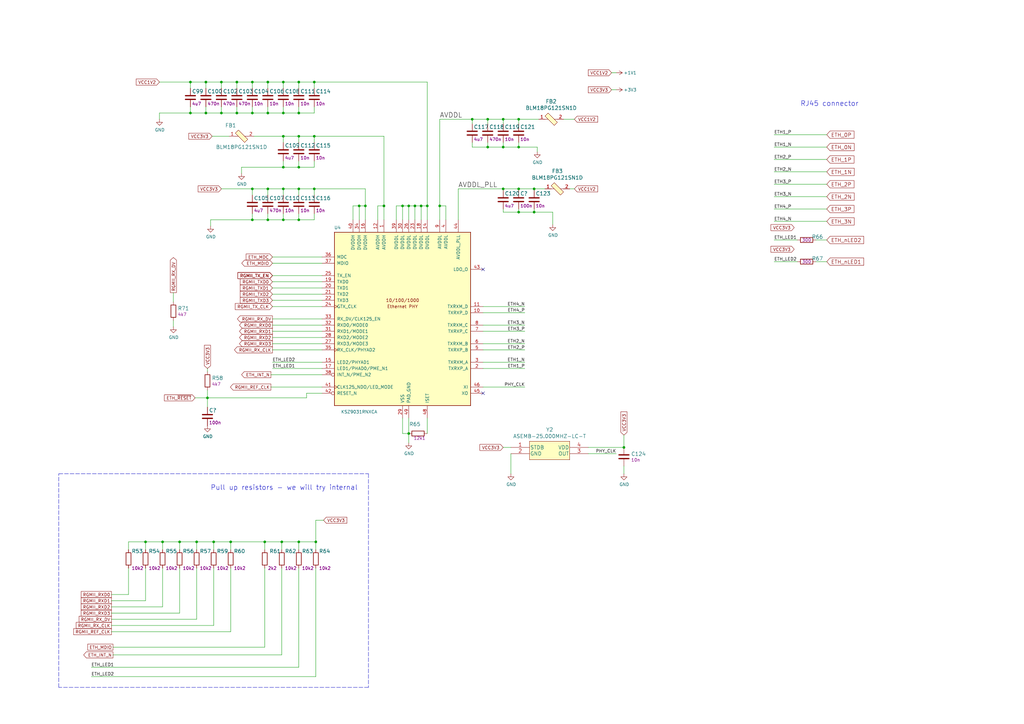
<source format=kicad_sch>
(kicad_sch (version 20231120) (generator "eeschema") (generator_version "8.0")
  (paper "A3")
  (title_block (title "Ethernet") (rev "1.0.3") (comment 1 "Reference - ecp5-dc-scm") (comment 2 "License: Apache License 2.0"))
  (junction (at 212.725 60.325))
  (junction (at 94.615 222.25))
  (junction (at 255.905 183.515))
  (junction (at 115.57 222.25))
  (junction (at 84.455 33.655))
  (junction (at 193.675 48.895))
  (junction (at 103.505 90.17))
  (junction (at 175.26 84.455))
  (junction (at 122.555 46.355))
  (junction (at 109.855 33.655))
  (junction (at 122.555 90.17))
  (junction (at 109.855 90.17))
  (junction (at 212.725 86.995))
  (junction (at 90.805 46.355))
  (junction (at 122.555 33.655))
  (junction (at 170.18 84.455))
  (junction (at 212.725 48.895))
  (junction (at 128.905 55.88))
  (junction (at 116.205 77.47))
  (junction (at 90.805 33.655))
  (junction (at 165.1 84.455))
  (junction (at 219.075 77.47))
  (junction (at 109.855 46.355))
  (junction (at 167.64 84.455))
  (junction (at 109.855 77.47))
  (junction (at 200.025 48.895))
  (junction (at 128.905 77.47))
  (junction (at 66.675 222.25))
  (junction (at 219.075 86.995))
  (junction (at 122.555 55.88))
  (junction (at 78.105 33.655))
  (junction (at 97.155 33.655))
  (junction (at 149.86 84.455))
  (junction (at 212.725 77.47))
  (junction (at 78.105 46.355))
  (junction (at 116.205 33.655))
  (junction (at 122.555 68.58))
  (junction (at 84.455 46.355))
  (junction (at 116.205 90.17))
  (junction (at 103.505 77.47))
  (junction (at 172.72 84.455))
  (junction (at 128.905 33.655))
  (junction (at 85.09 163.195))
  (junction (at 103.505 46.355))
  (junction (at 206.375 48.895))
  (junction (at 87.63 222.25))
  (junction (at 167.64 177.8))
  (junction (at 129.54 222.25))
  (junction (at 80.645 222.25))
  (junction (at 200.025 60.325))
  (junction (at 116.205 55.88))
  (junction (at 122.555 222.25))
  (junction (at 206.375 77.47))
  (junction (at 59.69 222.25))
  (junction (at 116.205 68.58))
  (junction (at 73.66 222.25))
  (junction (at 116.205 46.355))
  (junction (at 157.48 84.455))
  (junction (at 97.155 46.355))
  (junction (at 180.34 84.455))
  (junction (at 147.32 84.455))
  (junction (at 108.585 222.25))
  (junction (at 122.555 77.47))
  (junction (at 103.505 33.655))
  (junction (at 206.375 60.325))
  (no_connect (at 198.12 110.49))
  (no_connect (at 198.12 161.29))
  (wire (pts (xy 175.26 33.655) (xy 128.905 33.655)))
  (wire (pts (xy 317.5 75.565) (xy 339.09 75.565)))
  (wire (pts (xy 103.505 77.47) (xy 90.805 77.47)))
  (wire (pts (xy 157.48 55.88) (xy 157.48 84.455)))
  (wire (pts (xy 103.505 33.655) (xy 109.855 33.655)))
  (wire (pts (xy 132.08 107.95) (xy 111.76 107.95)))
  (wire (pts (xy 116.205 33.655) (xy 116.205 36.195)))
  (wire (pts (xy 132.08 115.57) (xy 111.76 115.57)))
  (wire (pts (xy 172.72 90.17) (xy 172.72 84.455)))
  (polyline (pts (xy 24.13 194.31) (xy 151.13 194.31)) (stroke (width 0) (type dash)))
  (wire (pts (xy 116.205 33.655) (xy 122.555 33.655)))
  (wire (pts (xy 149.86 84.455) (xy 147.32 84.455)))
  (wire (pts (xy 212.725 48.895) (xy 220.98 48.895)))
  (wire (pts (xy 193.675 60.325) (xy 193.675 58.42)))
  (wire (pts (xy 219.075 78.105) (xy 219.075 77.47)))
  (wire (pts (xy 219.075 86.995) (xy 226.695 86.995)))
  (wire (pts (xy 59.69 233.045) (xy 59.69 246.38)))
  (wire (pts (xy 122.555 33.655) (xy 122.555 36.195)))
  (wire (pts (xy 52.705 243.84) (xy 45.72 243.84)))
  (wire (pts (xy 71.12 131.445) (xy 71.12 133.985)))
  (wire (pts (xy 206.375 48.895) (xy 206.375 50.8)))
  (wire (pts (xy 334.645 98.425) (xy 339.09 98.425)))
  (wire (pts (xy 78.105 33.655) (xy 65.405 33.655)))
  (wire (pts (xy 103.505 46.355) (xy 97.155 46.355)))
  (wire (pts (xy 198.12 158.75) (xy 215.265 158.75)))
  (wire (pts (xy 157.48 90.17) (xy 157.48 84.455)))
  (wire (pts (xy 215.265 140.97) (xy 198.12 140.97)))
  (wire (pts (xy 94.615 222.25) (xy 108.585 222.25)))
  (wire (pts (xy 90.805 43.815) (xy 90.805 46.355)))
  (wire (pts (xy 125.73 161.29) (xy 125.73 163.195)))
  (wire (pts (xy 175.26 84.455) (xy 172.72 84.455)))
  (wire (pts (xy 215.265 151.13) (xy 198.12 151.13)))
  (wire (pts (xy 87.63 256.54) (xy 45.72 256.54)))
  (wire (pts (xy 116.205 87.63) (xy 116.205 90.17)))
  (wire (pts (xy 78.105 46.355) (xy 65.405 46.355)))
  (wire (pts (xy 122.555 55.88) (xy 122.555 58.42)))
  (wire (pts (xy 167.64 90.17) (xy 167.64 84.455)))
  (wire (pts (xy 78.105 33.655) (xy 78.105 36.195)))
  (wire (pts (xy 52.705 233.045) (xy 52.705 243.84)))
  (wire (pts (xy 206.375 85.725) (xy 206.375 86.995)))
  (wire (pts (xy 103.505 33.655) (xy 103.505 36.195)))
  (wire (pts (xy 109.855 87.63) (xy 109.855 90.17)))
  (wire (pts (xy 175.26 171.45) (xy 175.26 177.8)))
  (wire (pts (xy 206.375 183.515) (xy 209.55 183.515)))
  (wire (pts (xy 116.205 55.88) (xy 104.14 55.88)))
  (wire (pts (xy 84.455 33.655) (xy 84.455 36.195)))
  (wire (pts (xy 317.5 80.645) (xy 339.09 80.645)))
  (wire (pts (xy 109.855 46.355) (xy 103.505 46.355)))
  (wire (pts (xy 212.725 50.8) (xy 212.725 48.895)))
  (wire (pts (xy 94.615 225.425) (xy 94.615 222.25)))
  (wire (pts (xy 167.64 84.455) (xy 165.1 84.455)))
  (wire (pts (xy 103.505 77.47) (xy 103.505 80.01)))
  (wire (pts (xy 99.06 68.58) (xy 99.06 71.12)))
  (wire (pts (xy 339.09 107.315) (xy 334.645 107.315)))
  (wire (pts (xy 215.265 125.73) (xy 198.12 125.73)))
  (wire (pts (xy 80.645 222.25) (xy 87.63 222.25)))
  (wire (pts (xy 215.265 133.35) (xy 198.12 133.35)))
  (wire (pts (xy 167.64 177.8) (xy 167.64 181.61)))
  (wire (pts (xy 317.5 60.325) (xy 339.09 60.325)))
  (wire (pts (xy 108.585 225.425) (xy 108.585 222.25)))
  (wire (pts (xy 122.555 90.17) (xy 128.905 90.17)))
  (wire (pts (xy 97.155 33.655) (xy 103.505 33.655)))
  (wire (pts (xy 226.695 86.995) (xy 226.695 92.075)))
  (wire (pts (xy 182.88 90.17) (xy 182.88 84.455)))
  (wire (pts (xy 200.025 60.325) (xy 206.375 60.325)))
  (wire (pts (xy 147.32 90.17) (xy 147.32 84.455)))
  (wire (pts (xy 149.86 77.47) (xy 128.905 77.47)))
  (wire (pts (xy 215.265 128.27) (xy 198.12 128.27)))
  (wire (pts (xy 206.375 86.995) (xy 212.725 86.995)))
  (wire (pts (xy 212.725 77.47) (xy 219.075 77.47)))
  (wire (pts (xy 132.08 120.65) (xy 111.76 120.65)))
  (wire (pts (xy 122.555 90.17) (xy 116.205 90.17)))
  (wire (pts (xy 115.57 222.25) (xy 108.585 222.25)))
  (wire (pts (xy 111.76 118.11) (xy 132.08 118.11)))
  (wire (pts (xy 122.555 55.88) (xy 116.205 55.88)))
  (wire (pts (xy 128.905 77.47) (xy 122.555 77.47)))
  (wire (pts (xy 103.505 90.17) (xy 86.36 90.17)))
  (wire (pts (xy 317.5 55.245) (xy 339.09 55.245)))
  (wire (pts (xy 200.025 58.42) (xy 200.025 60.325)))
  (wire (pts (xy 122.555 46.355) (xy 116.205 46.355)))
  (wire (pts (xy 132.08 143.51) (xy 111.76 143.51)))
  (wire (pts (xy 66.675 225.425) (xy 66.675 222.25)))
  (wire (pts (xy 97.155 46.355) (xy 90.805 46.355)))
  (wire (pts (xy 85.09 163.195) (xy 85.09 167.005)))
  (wire (pts (xy 65.405 46.355) (xy 65.405 48.895)))
  (wire (pts (xy 87.63 222.25) (xy 87.63 225.425)))
  (wire (pts (xy 212.725 78.105) (xy 212.725 77.47)))
  (wire (pts (xy 78.105 43.815) (xy 78.105 46.355)))
  (wire (pts (xy 116.205 68.58) (xy 122.555 68.58)))
  (wire (pts (xy 250.825 36.83) (xy 252.73 36.83)))
  (wire (pts (xy 97.155 43.815) (xy 97.155 46.355)))
  (wire (pts (xy 115.57 233.045) (xy 115.57 268.605)))
  (wire (pts (xy 111.76 105.41) (xy 132.08 105.41)))
  (wire (pts (xy 212.725 60.325) (xy 212.725 58.42)))
  (wire (pts (xy 122.555 222.25) (xy 122.555 225.425)))
  (wire (pts (xy 122.555 87.63) (xy 122.555 90.17)))
  (wire (pts (xy 233.68 77.47) (xy 235.585 77.47)))
  (wire (pts (xy 80.645 222.25) (xy 80.645 225.425)))
  (wire (pts (xy 116.205 43.815) (xy 116.205 46.355)))
  (wire (pts (xy 59.69 222.25) (xy 52.705 222.25)))
  (wire (pts (xy 167.64 171.45) (xy 167.64 177.8)))
  (polyline (pts (xy 151.13 281.94) (xy 24.13 281.94)) (stroke (width 0) (type dash)))
  (wire (pts (xy 46.355 265.43) (xy 108.585 265.43)))
  (wire (pts (xy 215.265 135.89) (xy 198.12 135.89)))
  (wire (pts (xy 212.725 60.325) (xy 220.345 60.325)))
  (wire (pts (xy 111.76 135.89) (xy 132.08 135.89)))
  (wire (pts (xy 149.86 77.47) (xy 149.86 84.455)))
  (wire (pts (xy 193.675 50.8) (xy 193.675 48.895)))
  (wire (pts (xy 85.09 163.195) (xy 125.73 163.195)))
  (wire (pts (xy 52.705 222.25) (xy 52.705 225.425)))
  (wire (pts (xy 37.465 277.495) (xy 129.54 277.495)))
  (wire (pts (xy 212.725 85.725) (xy 212.725 86.995)))
  (wire (pts (xy 103.505 43.815) (xy 103.505 46.355)))
  (wire (pts (xy 200.025 50.8) (xy 200.025 48.895)))
  (wire (pts (xy 215.265 143.51) (xy 198.12 143.51)))
  (wire (pts (xy 66.675 233.045) (xy 66.675 248.92)))
  (wire (pts (xy 206.375 60.325) (xy 212.725 60.325)))
  (wire (pts (xy 128.905 77.47) (xy 128.905 80.01)))
  (wire (pts (xy 45.72 246.38) (xy 59.69 246.38)))
  (wire (pts (xy 132.08 148.59) (xy 111.76 148.59)))
  (wire (pts (xy 165.1 84.455) (xy 162.56 84.455)))
  (wire (pts (xy 206.375 58.42) (xy 206.375 60.325)))
  (wire (pts (xy 255.905 183.515) (xy 255.905 178.435)))
  (wire (pts (xy 132.08 125.73) (xy 111.76 125.73)))
  (wire (pts (xy 128.905 87.63) (xy 128.905 90.17)))
  (wire (pts (xy 71.12 120.015) (xy 71.12 123.825)))
  (wire (pts (xy 84.455 43.815) (xy 84.455 46.355)))
  (wire (pts (xy 255.905 191.135) (xy 255.905 194.31)))
  (wire (pts (xy 116.205 90.17) (xy 109.855 90.17)))
  (wire (pts (xy 149.86 90.17) (xy 149.86 84.455)))
  (wire (pts (xy 73.66 222.25) (xy 66.675 222.25)))
  (wire (pts (xy 93.98 55.88) (xy 86.995 55.88)))
  (wire (pts (xy 162.56 84.455) (xy 162.56 90.17)))
  (wire (pts (xy 85.09 160.02) (xy 85.09 163.195)))
  (wire (pts (xy 170.18 90.17) (xy 170.18 84.455)))
  (wire (pts (xy 109.855 90.17) (xy 103.505 90.17)))
  (wire (pts (xy 180.34 90.17) (xy 180.34 84.455)))
  (wire (pts (xy 37.465 273.685) (xy 122.555 273.685)))
  (wire (pts (xy 132.08 153.67) (xy 111.125 153.67)))
  (wire (pts (xy 85.09 151.13) (xy 85.09 152.4)))
  (wire (pts (xy 122.555 233.045) (xy 122.555 273.685)))
  (wire (pts (xy 115.57 268.605) (xy 46.355 268.605)))
  (wire (pts (xy 109.855 33.655) (xy 116.205 33.655)))
  (polyline (pts (xy 24.13 281.94) (xy 24.13 194.31)) (stroke (width 0) (type dash)))
  (wire (pts (xy 132.08 133.35) (xy 111.76 133.35)))
  (wire (pts (xy 215.265 148.59) (xy 198.12 148.59)))
  (wire (pts (xy 116.205 77.47) (xy 116.205 80.01)))
  (wire (pts (xy 116.205 66.04) (xy 116.205 68.58)))
  (wire (pts (xy 109.855 77.47) (xy 109.855 80.01)))
  (wire (pts (xy 84.455 46.355) (xy 78.105 46.355)))
  (wire (pts (xy 108.585 233.045) (xy 108.585 265.43)))
  (wire (pts (xy 157.48 55.88) (xy 128.905 55.88)))
  (wire (pts (xy 86.36 90.17) (xy 86.36 92.71)))
  (wire (pts (xy 220.345 60.325) (xy 220.345 62.23)))
  (wire (pts (xy 182.88 84.455) (xy 180.34 84.455)))
  (wire (pts (xy 241.3 183.515) (xy 255.905 183.515)))
  (wire (pts (xy 327.025 107.315) (xy 317.5 107.315)))
  (wire (pts (xy 90.805 33.655) (xy 90.805 36.195)))
  (wire (pts (xy 165.1 90.17) (xy 165.1 84.455)))
  (wire (pts (xy 109.855 43.815) (xy 109.855 46.355)))
  (wire (pts (xy 59.69 222.25) (xy 59.69 225.425)))
  (wire (pts (xy 206.375 48.895) (xy 212.725 48.895)))
  (wire (pts (xy 111.76 151.13) (xy 132.08 151.13)))
  (wire (pts (xy 122.555 222.25) (xy 129.54 222.25)))
  (wire (pts (xy 115.57 225.425) (xy 115.57 222.25)))
  (wire (pts (xy 111.76 123.19) (xy 132.08 123.19)))
  (wire (pts (xy 116.205 77.47) (xy 109.855 77.47)))
  (wire (pts (xy 116.205 46.355) (xy 109.855 46.355)))
  (wire (pts (xy 129.54 233.045) (xy 129.54 277.495)))
  (wire (pts (xy 128.905 33.655) (xy 128.905 36.195)))
  (wire (pts (xy 80.645 233.045) (xy 80.645 254)))
  (wire (pts (xy 187.96 77.47) (xy 206.375 77.47)))
  (wire (pts (xy 165.1 177.8) (xy 167.64 177.8)))
  (wire (pts (xy 128.905 33.655) (xy 122.555 33.655)))
  (wire (pts (xy 111.76 140.97) (xy 132.08 140.97)))
  (wire (pts (xy 193.675 60.325) (xy 200.025 60.325)))
  (wire (pts (xy 170.18 84.455) (xy 167.64 84.455)))
  (wire (pts (xy 87.63 233.045) (xy 87.63 256.54)))
  (wire (pts (xy 111.76 130.81) (xy 132.08 130.81)))
  (wire (pts (xy 132.08 138.43) (xy 111.76 138.43)))
  (wire (pts (xy 97.155 33.655) (xy 97.155 36.195)))
  (wire (pts (xy 73.66 225.425) (xy 73.66 222.25)))
  (wire (pts (xy 317.5 65.405) (xy 339.09 65.405)))
  (wire (pts (xy 109.855 77.47) (xy 103.505 77.47)))
  (wire (pts (xy 317.5 90.805) (xy 339.09 90.805)))
  (wire (pts (xy 90.805 46.355) (xy 84.455 46.355)))
  (wire (pts (xy 128.905 46.355) (xy 122.555 46.355)))
  (wire (pts (xy 94.615 259.08) (xy 45.72 259.08)))
  (wire (pts (xy 147.32 84.455) (xy 144.78 84.455)))
  (wire (pts (xy 317.5 85.725) (xy 339.09 85.725)))
  (wire (pts (xy 45.72 248.92) (xy 66.675 248.92)))
  (wire (pts (xy 175.26 33.655) (xy 175.26 84.455)))
  (wire (pts (xy 128.905 43.815) (xy 128.905 46.355)))
  (wire (pts (xy 212.725 86.995) (xy 219.075 86.995)))
  (wire (pts (xy 103.505 87.63) (xy 103.505 90.17)))
  (wire (pts (xy 250.825 29.845) (xy 252.73 29.845)))
  (wire (pts (xy 241.3 186.055) (xy 252.73 186.055)))
  (wire (pts (xy 172.72 84.455) (xy 170.18 84.455)))
  (wire (pts (xy 122.555 66.04) (xy 122.555 68.58)))
  (wire (pts (xy 144.78 84.455) (xy 144.78 90.17)))
  (wire (pts (xy 154.94 90.17) (xy 154.94 84.455)))
  (wire (pts (xy 231.14 48.895) (xy 235.585 48.895)))
  (wire (pts (xy 128.905 55.88) (xy 122.555 55.88)))
  (polyline (pts (xy 151.13 194.31) (xy 151.13 281.94)) (stroke (width 0) (type dash)))
  (wire (pts (xy 115.57 222.25) (xy 122.555 222.25)))
  (wire (pts (xy 154.94 84.455) (xy 157.48 84.455)))
  (wire (pts (xy 73.66 233.045) (xy 73.66 251.46)))
  (wire (pts (xy 187.96 90.17) (xy 187.96 77.47)))
  (wire (pts (xy 94.615 222.25) (xy 87.63 222.25)))
  (wire (pts (xy 90.805 33.655) (xy 84.455 33.655)))
  (wire (pts (xy 73.66 222.25) (xy 80.645 222.25)))
  (wire (pts (xy 129.54 222.25) (xy 129.54 225.425)))
  (wire (pts (xy 80.645 254) (xy 45.72 254)))
  (wire (pts (xy 122.555 77.47) (xy 122.555 80.01)))
  (wire (pts (xy 97.155 33.655) (xy 90.805 33.655)))
  (wire (pts (xy 200.025 48.895) (xy 206.375 48.895)))
  (wire (pts (xy 165.1 171.45) (xy 165.1 177.8)))
  (wire (pts (xy 122.555 68.58) (xy 128.905 68.58)))
  (wire (pts (xy 219.075 77.47) (xy 223.52 77.47)))
  (wire (pts (xy 111.76 113.03) (xy 132.08 113.03)))
  (wire (pts (xy 209.55 186.055) (xy 209.55 194.31)))
  (wire (pts (xy 116.205 68.58) (xy 99.06 68.58)))
  (wire (pts (xy 132.08 161.29) (xy 125.73 161.29)))
  (wire (pts (xy 317.5 70.485) (xy 339.09 70.485)))
  (wire (pts (xy 45.72 251.46) (xy 73.66 251.46)))
  (wire (pts (xy 116.205 55.88) (xy 116.205 58.42)))
  (wire (pts (xy 206.375 77.47) (xy 212.725 77.47)))
  (wire (pts (xy 94.615 233.045) (xy 94.615 259.08)))
  (wire (pts (xy 193.675 48.895) (xy 200.025 48.895)))
  (wire (pts (xy 80.01 163.195) (xy 85.09 163.195)))
  (wire (pts (xy 219.075 85.725) (xy 219.075 86.995)))
  (wire (pts (xy 128.905 66.04) (xy 128.905 68.58)))
  (wire (pts (xy 317.5 98.425) (xy 327.025 98.425)))
  (wire (pts (xy 109.855 33.655) (xy 109.855 36.195)))
  (wire (pts (xy 180.34 84.455) (xy 180.34 48.895)))
  (wire (pts (xy 122.555 77.47) (xy 116.205 77.47)))
  (wire (pts (xy 122.555 43.815) (xy 122.555 46.355)))
  (wire (pts (xy 129.54 213.36) (xy 132.715 213.36)))
  (wire (pts (xy 128.905 55.88) (xy 128.905 58.42)))
  (wire (pts (xy 175.26 90.17) (xy 175.26 84.455)))
  (wire (pts (xy 66.675 222.25) (xy 59.69 222.25)))
  (wire (pts (xy 84.455 33.655) (xy 78.105 33.655)))
  (wire (pts (xy 129.54 222.25) (xy 129.54 213.36)))
  (wire (pts (xy 206.375 78.105) (xy 206.375 77.47)))
  (wire (pts (xy 180.34 48.895) (xy 193.675 48.895)))
  (wire (pts (xy 132.08 158.75) (xy 111.125 158.75)))
  (text "Pull up resistors - we will try internal" (at 86.36 201.295 0) (effects (font (size 2.0066 2.0066)) (justify left bottom)))
  (text "RJ45 connector" (at 328.295 43.815 0) (effects (font (size 2.0066 2.0066)) (justify left bottom)))
  (label "ETH1_N" (at 317.5 60.325 0))
  (label "ETH_LED2" (at 37.465 277.495 0))
  (label "ETH2_P" (at 317.5 65.405 0))
  (label "ETH4_P" (at 317.5 85.725 0))
  (label "ETH3_P" (at 215.265 135.89 180))
  (label "ETH1_N" (at 215.265 148.59 180))
  (label "ETH2_N" (at 317.5 70.485 0))
  (label "PHY_CLK" (at 215.265 158.75 180))
  (label "ETH_LED2" (at 317.5 107.315 0))
  (label "ETH_LED2" (at 111.76 148.59 0))
  (label "ETH1_P" (at 215.265 151.13 180))
  (label "ETH3_P" (at 317.5 75.565 0))
  (label "ETH3_N" (at 317.5 80.645 0))
  (label "ETH2_P" (at 215.265 143.51 180))
  (label "AVDDL" (at 180.34 48.895 0) (effects (font (size 2.0066 2.0066))))
  (label "ETH1_P" (at 317.5 55.245 0))
  (label "ETH_LED1" (at 317.5 98.425 0))
  (label "PHY_CLK" (at 252.73 186.055 180))
  (label "ETH2_N" (at 215.265 140.97 180))
  (label "ETH_LED1" (at 37.465 273.685 0))
  (label "ETH4_N" (at 215.265 125.73 180))
  (label "AVDDL_PLL" (at 187.96 77.47 0) (effects (font (size 2.0066 2.0066))))
  (label "ETH3_N" (at 215.265 133.35 180))
  (label "ETH_LED1" (at 111.76 151.13 0))
  (label "ETH4_P" (at 215.265 128.27 180))
  (label "ETH4_N" (at 317.5 90.805 0))
  (global_label "ETH_~{RESET}" (shape input) (at 80.01 163.195 180) (property "Intersheetrefs" "${INTERSHEET_REFS}" (effects (hide yes))))
  (global_label "ETH_nLED2" (shape input) (at 339.09 98.425 0) (effects (font (size 1.524 1.524))) (property "Intersheetrefs" "${INTERSHEET_REFS}" (effects (hide yes))))
  (global_label "VCC1V2" (shape input) (at 235.585 77.47 0) (property "Intersheetrefs" "${INTERSHEET_REFS}" (effects (hide yes))))
  (global_label "RGMII_RX_CLK" (shape output) (at 111.76 143.51 180) (property "Intersheetrefs" "${INTERSHEET_REFS}" (effects (hide yes))))
  (global_label "RGMII_RX_DV" (shape passive) (at 45.72 254 180) (property "Intersheetrefs" "${INTERSHEET_REFS}" (effects (hide yes))))
  (global_label "ETH_1P" (shape input) (at 339.09 65.405 0) (effects (font (size 1.524 1.524))) (property "Intersheetrefs" "${INTERSHEET_REFS}" (effects (hide yes))))
  (global_label "RGMII_REF_CLK" (shape output) (at 111.125 158.75 180) (property "Intersheetrefs" "${INTERSHEET_REFS}" (effects (hide yes))))
  (global_label "RGMII_RX_DV" (shape output) (at 111.76 130.81 180) (property "Intersheetrefs" "${INTERSHEET_REFS}" (effects (hide yes))))
  (global_label "RGMII_TXD1" (shape input) (at 111.76 118.11 180) (property "Intersheetrefs" "${INTERSHEET_REFS}" (effects (hide yes))))
  (global_label "VCC3V3" (shape input) (at 255.905 178.435 90) (property "Intersheetrefs" "${INTERSHEET_REFS}" (effects (hide yes))))
  (global_label "RGMII_TXD3" (shape input) (at 111.76 123.19 180) (property "Intersheetrefs" "${INTERSHEET_REFS}" (effects (hide yes))))
  (global_label "RGMII_REF_CLK" (shape passive) (at 45.72 259.08 180) (property "Intersheetrefs" "${INTERSHEET_REFS}" (effects (hide yes))))
  (global_label "ETH_0P" (shape input) (at 339.09 55.245 0) (effects (font (size 1.524 1.524))) (property "Intersheetrefs" "${INTERSHEET_REFS}" (effects (hide yes))))
  (global_label "VCC3V3" (shape input) (at 325.755 93.345 180) (property "Intersheetrefs" "${INTERSHEET_REFS}" (effects (hide yes))))
  (global_label "ETH_nLED1" (shape input) (at 339.09 107.315 0) (effects (font (size 1.524 1.524))) (property "Intersheetrefs" "${INTERSHEET_REFS}" (effects (hide yes))))
  (global_label "RGMII_RX_CLK" (shape passive) (at 45.72 256.54 180) (property "Intersheetrefs" "${INTERSHEET_REFS}" (effects (hide yes))))
  (global_label "VCC1V2" (shape input) (at 65.405 33.655 180) (property "Intersheetrefs" "${INTERSHEET_REFS}" (effects (hide yes))))
  (global_label "ETH_3N" (shape input) (at 339.09 90.805 0) (effects (font (size 1.524 1.524))) (property "Intersheetrefs" "${INTERSHEET_REFS}" (effects (hide yes))))
  (global_label "VCC1V2" (shape input) (at 235.585 48.895 0) (property "Intersheetrefs" "${INTERSHEET_REFS}" (effects (hide yes))))
  (global_label "RGMII_RXD2" (shape passive) (at 45.72 248.92 180) (property "Intersheetrefs" "${INTERSHEET_REFS}" (effects (hide yes))))
  (global_label "ETH_MDIO" (shape bidirectional) (at 111.76 107.95 180) (property "Intersheetrefs" "${INTERSHEET_REFS}" (effects (hide yes))))
  (global_label "ETH_INT_N" (shape output) (at 111.125 153.67 180) (property "Intersheetrefs" "${INTERSHEET_REFS}" (effects (hide yes))))
  (global_label "RGMII_TX_CLK" (shape input) (at 111.76 125.73 180) (property "Intersheetrefs" "${INTERSHEET_REFS}" (effects (hide yes))))
  (global_label "VCC1V2" (shape input) (at 250.825 29.845 180) (property "Intersheetrefs" "${INTERSHEET_REFS}" (effects (hide yes))))
  (global_label "VCC3V3" (shape input) (at 325.755 102.235 180) (property "Intersheetrefs" "${INTERSHEET_REFS}" (effects (hide yes))))
  (global_label "RGMII_TXD0" (shape input) (at 111.76 115.57 180) (property "Intersheetrefs" "${INTERSHEET_REFS}" (effects (hide yes))))
  (global_label "RGMII_RXD0" (shape output) (at 111.76 133.35 180) (property "Intersheetrefs" "${INTERSHEET_REFS}" (effects (hide yes))))
  (global_label "RGMII_TXD2" (shape input) (at 111.76 120.65 180) (property "Intersheetrefs" "${INTERSHEET_REFS}" (effects (hide yes))))
  (global_label "ETH_INT_N" (shape output) (at 46.355 268.605 180) (property "Intersheetrefs" "${INTERSHEET_REFS}" (effects (hide yes))))
  (global_label "RGMII_RXD2" (shape output) (at 111.76 138.43 180) (property "Intersheetrefs" "${INTERSHEET_REFS}" (effects (hide yes))))
  (global_label "VCC3V3" (shape input) (at 132.715 213.36 0) (property "Intersheetrefs" "${INTERSHEET_REFS}" (effects (hide yes))))
  (global_label "RGMII_RXD3" (shape passive) (at 45.72 251.46 180) (property "Intersheetrefs" "${INTERSHEET_REFS}" (effects (hide yes))))
  (global_label "RGMII_RXD1" (shape passive) (at 45.72 246.38 180) (property "Intersheetrefs" "${INTERSHEET_REFS}" (effects (hide yes))))
  (global_label "ETH_MDC" (shape input) (at 111.76 105.41 180) (property "Intersheetrefs" "${INTERSHEET_REFS}" (effects (hide yes))))
  (global_label "ETH_3P" (shape input) (at 339.09 85.725 0) (effects (font (size 1.524 1.524))) (property "Intersheetrefs" "${INTERSHEET_REFS}" (effects (hide yes))))
  (global_label "RGMII_TX_EN" (shape input) (at 111.76 113.03 180) (property "Intersheetrefs" "${INTERSHEET_REFS}" (effects (hide yes))))
  (global_label "ETH_2P" (shape input) (at 339.09 75.565 0) (effects (font (size 1.524 1.524))) (property "Intersheetrefs" "${INTERSHEET_REFS}" (effects (hide yes))))
  (global_label "ETH_MDIO" (shape passive) (at 46.355 265.43 180) (property "Intersheetrefs" "${INTERSHEET_REFS}" (effects (hide yes))))
  (global_label "RGMII_RXD0" (shape passive) (at 45.72 243.84 180) (property "Intersheetrefs" "${INTERSHEET_REFS}" (effects (hide yes))))
  (global_label "VCC3V3" (shape input) (at 86.995 55.88 180) (property "Intersheetrefs" "${INTERSHEET_REFS}" (effects (hide yes))))
  (global_label "ETH_0N" (shape input) (at 339.09 60.325 0) (effects (font (size 1.524 1.524))) (property "Intersheetrefs" "${INTERSHEET_REFS}" (effects (hide yes))))
  (global_label "RGMII_RXD1" (shape output) (at 111.76 135.89 180) (property "Intersheetrefs" "${INTERSHEET_REFS}" (effects (hide yes))))
  (global_label "VCC3V3" (shape input) (at 85.09 151.13 90) (property "Intersheetrefs" "${INTERSHEET_REFS}" (effects (hide yes))))
  (global_label "RGMII_RXD3" (shape output) (at 111.76 140.97 180) (property "Intersheetrefs" "${INTERSHEET_REFS}" (effects (hide yes))))
  (global_label "VCC3V3" (shape input) (at 90.805 77.47 180) (property "Intersheetrefs" "${INTERSHEET_REFS}" (effects (hide yes))))
  (global_label "VCC3V3" (shape input) (at 206.375 183.515 180) (property "Intersheetrefs" "${INTERSHEET_REFS}" (effects (hide yes))))
  (global_label "RGMII_RX_DV" (shape output) (at 71.12 120.015 90) (property "Intersheetrefs" "${INTERSHEET_REFS}" (effects (hide yes))))
  (global_label "ETH_2N" (shape input) (at 339.09 80.645 0) (effects (font (size 1.524 1.524))) (property "Intersheetrefs" "${INTERSHEET_REFS}" (effects (hide yes))))
  (global_label "RGMII_TX_EN" (shape input) (at 111.76 113.03 180) (property "Intersheetrefs" "${INTERSHEET_REFS}" (effects (hide yes))))
  (global_label "VCC3V3" (shape input) (at 250.825 36.83 180) (property "Intersheetrefs" "${INTERSHEET_REFS}" (effects (hide yes))))
  (global_label "ETH_1N" (shape input) (at 339.09 70.485 0) (effects (font (size 1.524 1.524))) (property "Intersheetrefs" "${INTERSHEET_REFS}" (effects (hide yes))))
  (symbol (lib_id "ecp5-dc-scm:R_2k2_0402") (at 108.585 229.235 270) (unit 1)
    (property "Reference" "R61" (at 110.49 226.06 90) (effects (font (size 1.524 1.524)) (justify left)))
    (property "Value" "2k2" (effects (hide yes)))
    (property "Manufacturer" "YAGEO" (effects (hide yes)))
    (property "MPN" "RC0402FR-072K2L" (effects (hide yes)))
    (property "Val" "2k2" (at 109.855 233.045 90) (effects (justify left)))
  )
  (symbol (lib_id "ecp5-dc-scm:R_1k_0402") (at 330.835 98.425 0) (mirror y) (unit 1)
    (property "Reference" "R66" (at 335.28 97.155 0) (effects (font (size 1.524 1.524))))
    (property "Value" "300" (effects (hide yes)))
    (property "Footprint" "Resistor_SMD:R_0402_1005Metric" (effects (hide yes)))
    (property "Manufacturer" "BOURNS" (effects (hide yes)))
    (property "MPN" "CR0402-FX-1001GLF" (effects (hide yes)))
    (property "Val" "300" (at 330.835 98.425 0))
  )
  (symbol (lib_id "ecp5-dc-scm:R_1k_0402") (at 330.835 107.315 0) (mirror y) (unit 1)
    (property "Reference" "R67" (at 335.28 106.045 0) (effects (font (size 1.524 1.524))))
    (property "Value" "300" (effects (hide yes)))
    (property "Footprint" "Resistor_SMD:R_0402_1005Metric" (effects (hide yes)))
    (property "Manufacturer" "BOURNS" (effects (hide yes)))
    (property "MPN" "CR0402-FX-1001GLF" (effects (hide yes)))
    (property "Val" "300" (at 330.835 107.315 0))
  )
  (symbol (lib_id "ecp5-dc-scm:C_4u7_0402") (at 193.675 54.61 0) (unit 1)
    (property "Reference" "C18" (at 194.31 52.07 0) (effects (font (size 1.524 1.524)) (justify left)))
    (property "Value" "4u7" (effects (hide yes)))
    (property "Footprint" "Capacitor_SMD:C_0402_1005Metric" (effects (hide yes)))
    (property "Manufacturer" "MURATA" (effects (hide yes)))
    (property "MPN" "GRM155R61A475MEAAD" (effects (hide yes)))
    (property "Val" "4u7" (at 194.31 57.15 0) (effects (justify left)))
    (instances (project "" (path "" (reference "C117") (unit 1))))
  )
  (symbol (lib_id "ecp5-dc-scm:C_470n_0402") (at 200.025 54.61 0) (unit 1)
    (property "Reference" "C19" (at 200.66 52.07 0) (effects (font (size 1.524 1.524)) (justify left)))
    (property "Value" "470n" (effects (hide yes)))
    (property "Footprint" "Capacitor_SMD:C_0402_1005Metric" (effects (hide yes)))
    (property "Manufacturer" "TDK" (effects (hide yes)))
    (property "MPN" "C1005X5R1E474M050BB" (effects (hide yes)))
    (property "Val" "470n" (at 200.66 57.15 0) (effects (justify left)))
    (instances (project "" (path "" (reference "C118") (unit 1))))
  )
  (symbol (lib_id "ecp5-dc-scm:C_10n_0402") (at 206.375 54.61 0) (unit 1)
    (property "Reference" "C21" (at 207.01 52.07 0) (effects (font (size 1.524 1.524)) (justify left)))
    (property "Value" "10n" (effects (hide yes)))
    (property "Footprint" "Capacitor_SMD:C_0402_1005Metric" (effects (hide yes)))
    (property "Manufacturer" "AVX" (effects (hide yes)))
    (property "MPN" "04025G103ZAT2A" (effects (hide yes)))
    (property "Val" "10n" (at 207.01 57.15 0) (effects (justify left)))
    (instances (project "" (path "" (reference "C119") (unit 1))))
  )
  (symbol (lib_id "ecp5-dc-scm:C_100n_0402") (at 212.725 81.915 0) (unit 1)
    (property "Reference" "C24" (at 213.36 79.375 0) (effects (font (size 1.524 1.524)) (justify left)))
    (property "Value" "100n" (effects (hide yes)))
    (property "Footprint" "Capacitor_SMD:C_0402_1005Metric" (effects (hide yes)))
    (property "Manufacturer" "Walsin" (effects (hide yes)))
    (property "MPN" "0402X104K6R3CT" (effects (hide yes)))
    (property "Val" "100n" (at 213.36 84.455 0) (effects (justify left)))
    (instances (project "" (path "" (reference "C?") (unit 1)) (path "" (reference "C122") (unit 1))))
  )
  (symbol (lib_id "ecp5-dc-scm:ASEMB-25.000MHZ-LC-T") (at 209.55 183.515 0) (unit 1)
    (property "Reference" "Y2" (at 225.425 176.2252 0) (effects (font (size 1.524 1.524))))
    (property "Value" "ASEMB-25.000MHZ-LC-T" (at 225.425 178.9176 0) (effects (font (size 1.524 1.524))))
    (property "Footprint" "ecp5-dc-scm:OSC_ASEM1-16.000MHZ-LC-T" (effects (hide yes)))
    (property "Datasheet" "http://www.farnell.com/datasheets/2581438.pdf" (effects (hide yes)))
  )
  (symbol (lib_id "ecp5-dc-scm:C_10n_0402") (at 255.905 187.325 0) (unit 1)
    (property "Reference" "C124" (at 258.826 186.182 0) (effects (font (size 1.524 1.524)) (justify left)))
    (property "Value" "10n" (effects (hide yes)))
    (property "Footprint" "Capacitor_SMD:C_0402_1005Metric" (effects (hide yes)))
    (property "Manufacturer" "AVX" (effects (hide yes)))
    (property "MPN" "04025G103ZAT2A" (effects (hide yes)))
    (property "Val" "10n" (at 258.826 188.6712 0) (effects (justify left)))
  )
  (symbol (lib_id "ecp5-dc-scm:C_10n_0402") (at 212.725 54.61 0) (unit 1)
    (property "Reference" "C23" (at 213.36 52.07 0) (effects (font (size 1.524 1.524)) (justify left)))
    (property "Value" "10n" (effects (hide yes)))
    (property "Footprint" "Capacitor_SMD:C_0402_1005Metric" (effects (hide yes)))
    (property "Manufacturer" "AVX" (effects (hide yes)))
    (property "MPN" "04025G103ZAT2A" (effects (hide yes)))
    (property "Val" "10n" (at 213.36 57.15 0) (effects (justify left)))
    (instances (project "" (path "" (reference "C121") (unit 1))))
  )
  (symbol (lib_id "ecp5-dc-scm:C_4u7_0402") (at 206.375 81.915 0) (unit 1)
    (property "Reference" "C22" (at 207.01 79.375 0) (effects (font (size 1.524 1.524)) (justify left)))
    (property "Value" "4u7" (effects (hide yes)))
    (property "Footprint" "Capacitor_SMD:C_0402_1005Metric" (effects (hide yes)))
    (property "Manufacturer" "MURATA" (effects (hide yes)))
    (property "MPN" "GRM155R61A475MEAAD" (effects (hide yes)))
    (property "Val" "4u7" (at 207.01 84.455 0) (effects (justify left)))
    (instances (project "" (path "" (reference "C120") (unit 1))))
  )
  (symbol (lib_id "ecp5-dc-scm:C_10n_0402") (at 219.075 81.915 0) (unit 1)
    (property "Reference" "C25" (at 219.71 79.375 0) (effects (font (size 1.524 1.524)) (justify left)))
    (property "Value" "10n" (effects (hide yes)))
    (property "Footprint" "Capacitor_SMD:C_0402_1005Metric" (effects (hide yes)))
    (property "Manufacturer" "AVX" (effects (hide yes)))
    (property "MPN" "04025G103ZAT2A" (effects (hide yes)))
    (property "Val" "10n" (at 219.71 84.455 0) (effects (justify left)))
    (instances (project "" (path "" (reference "C123") (unit 1))))
  )
  (symbol (lib_id "ecp5-dc-scm:GND") (at 255.905 194.31 0) (unit 1)
    (property "Reference" "#PWR030" (effects (hide yes)))
    (property "Value" "GND" (at 256.032 198.7042 0))
  )
  (symbol (lib_id "ecp5-dc-scm:GND") (at 209.55 194.31 0) (unit 1)
    (property "Reference" "#PWR026" (effects (hide yes)))
    (property "Value" "GND" (at 209.677 198.7042 0))
  )
  (symbol (lib_id "ecp5-dc-scm:GND") (at 226.695 92.075 0) (unit 1)
    (property "Reference" "#PWR028" (effects (hide yes)))
    (property "Value" "GND" (at 226.822 96.4692 0))
  )
  (symbol (lib_id "ecp5-dc-scm:GND") (at 220.345 62.23 0) (unit 1)
    (property "Reference" "#PWR027" (effects (hide yes)))
    (property "Value" "GND" (at 220.472 66.6242 0))
  )
  (symbol (lib_id "ecp5-dc-scm:GND") (at 167.64 181.61 0) (unit 1)
    (property "Reference" "#PWR024" (effects (hide yes)))
    (property "Value" "GND" (at 167.767 186.0042 0))
  )
  (symbol (lib_id "ecp5-dc-scm:R_10k2_0402") (at 52.705 229.235 90) (unit 1)
    (property "Reference" "R53" (at 53.975 226.06 90) (effects (font (size 1.524 1.524)) (justify right)))
    (property "Value" "10k2" (effects (hide yes)))
    (property "Manufacturer" "MULTICOMP PRO" (effects (hide yes)))
    (property "MPN" "MCWR04X1022FTL" (effects (hide yes)))
    (property "Val" "10k2" (at 53.975 233.045 90) (effects (justify right)))
  )
  (symbol (lib_id "ecp5-dc-scm:R_10k2_0402") (at 59.69 229.235 90) (unit 1)
    (property "Reference" "R54" (at 60.96 226.06 90) (effects (font (size 1.524 1.524)) (justify right)))
    (property "Value" "10k2" (effects (hide yes)))
    (property "Manufacturer" "MULTICOMP PRO" (effects (hide yes)))
    (property "MPN" "MCWR04X1022FTL" (effects (hide yes)))
    (property "Val" "10k2" (at 60.96 233.045 90) (effects (justify right)))
  )
  (symbol (lib_id "ecp5-dc-scm:R_10k2_0402") (at 66.675 229.235 90) (unit 1)
    (property "Reference" "R55" (at 67.945 226.06 90) (effects (font (size 1.524 1.524)) (justify right)))
    (property "Value" "10k2" (effects (hide yes)))
    (property "Manufacturer" "MULTICOMP PRO" (effects (hide yes)))
    (property "MPN" "MCWR04X1022FTL" (effects (hide yes)))
    (property "Val" "10k2" (at 67.945 233.045 90) (effects (justify right)))
  )
  (symbol (lib_id "ecp5-dc-scm:R_10k2_0402") (at 73.66 229.235 90) (unit 1)
    (property "Reference" "R56" (at 74.93 226.06 90) (effects (font (size 1.524 1.524)) (justify right)))
    (property "Value" "10k2" (effects (hide yes)))
    (property "Manufacturer" "MULTICOMP PRO" (effects (hide yes)))
    (property "MPN" "MCWR04X1022FTL" (effects (hide yes)))
    (property "Val" "10k2" (at 74.93 233.045 90) (effects (justify right)))
  )
  (symbol (lib_id "ecp5-dc-scm:R_10k2_0402") (at 80.645 229.235 90) (unit 1)
    (property "Reference" "R57" (at 81.915 226.06 90) (effects (font (size 1.524 1.524)) (justify right)))
    (property "Value" "10k2" (effects (hide yes)))
    (property "Manufacturer" "MULTICOMP PRO" (effects (hide yes)))
    (property "MPN" "MCWR04X1022FTL" (effects (hide yes)))
    (property "Val" "10k2" (at 81.915 233.045 90) (effects (justify right)))
  )
  (symbol (lib_id "ecp5-dc-scm:R_10k2_0402") (at 87.63 229.235 90) (unit 1)
    (property "Reference" "R59" (at 88.9 226.06 90) (effects (font (size 1.524 1.524)) (justify right)))
    (property "Value" "10k2" (effects (hide yes)))
    (property "Manufacturer" "MULTICOMP PRO" (effects (hide yes)))
    (property "MPN" "MCWR04X1022FTL" (effects (hide yes)))
    (property "Val" "10k2" (at 88.9 233.045 90) (effects (justify right)))
  )
  (symbol (lib_id "ecp5-dc-scm:R_10k2_0402") (at 94.615 229.235 90) (unit 1)
    (property "Reference" "R60" (at 95.885 226.06 90) (effects (font (size 1.524 1.524)) (justify right)))
    (property "Value" "10k2" (effects (hide yes)))
    (property "Manufacturer" "MULTICOMP PRO" (effects (hide yes)))
    (property "MPN" "MCWR04X1022FTL" (effects (hide yes)))
    (property "Val" "10k2" (at 95.885 233.045 90) (effects (justify right)))
  )
  (symbol (lib_id "ecp5-dc-scm:R_10k2_0402") (at 115.57 229.235 90) (unit 1)
    (property "Reference" "R62" (at 116.84 226.06 90) (effects (font (size 1.524 1.524)) (justify right)))
    (property "Value" "10k2" (effects (hide yes)))
    (property "Manufacturer" "MULTICOMP PRO" (effects (hide yes)))
    (property "MPN" "MCWR04X1022FTL" (effects (hide yes)))
    (property "Val" "10k2" (at 116.84 233.045 90) (effects (justify right)))
  )
  (symbol (lib_id "ecp5-dc-scm:R_10k2_0402") (at 129.54 229.235 90) (unit 1)
    (property "Reference" "R64" (at 130.81 226.06 90) (effects (font (size 1.524 1.524)) (justify right)))
    (property "Value" "10k2" (effects (hide yes)))
    (property "Manufacturer" "MULTICOMP PRO" (effects (hide yes)))
    (property "MPN" "MCWR04X1022FTL" (effects (hide yes)))
    (property "Val" "10k2" (at 130.81 233.045 90) (effects (justify right)))
  )
  (symbol (lib_id "ecp5-dc-scm:R_10k2_0402") (at 122.555 229.235 90) (unit 1)
    (property "Reference" "R63" (at 123.825 226.06 90) (effects (font (size 1.524 1.524)) (justify right)))
    (property "Value" "10k2" (effects (hide yes)))
    (property "Manufacturer" "MULTICOMP PRO" (effects (hide yes)))
    (property "MPN" "MCWR04X1022FTL" (effects (hide yes)))
    (property "Val" "10k2" (at 123.825 233.045 90) (effects (justify right)))
  )
  (symbol (lib_id "ecp5-dc-scm:C_10n_0402") (at 122.555 40.005 0) (unit 1)
    (property "Reference" "C12" (at 123.19 37.465 0) (effects (font (size 1.524 1.524)) (justify left)))
    (property "Value" "10n" (effects (hide yes)))
    (property "Footprint" "Capacitor_SMD:C_0402_1005Metric" (effects (hide yes)))
    (property "Manufacturer" "AVX" (effects (hide yes)))
    (property "MPN" "04025G103ZAT2A" (effects (hide yes)))
    (property "Val" "10n" (at 123.19 42.545 0) (effects (justify left)))
    (instances (project "" (path "" (reference "C111") (unit 1))))
  )
  (symbol (lib_id "ecp5-dc-scm:C_10n_0402") (at 128.905 40.005 0) (unit 1)
    (property "Reference" "C15" (at 129.54 37.465 0) (effects (font (size 1.524 1.524)) (justify left)))
    (property "Value" "10n" (effects (hide yes)))
    (property "Footprint" "Capacitor_SMD:C_0402_1005Metric" (effects (hide yes)))
    (property "Manufacturer" "AVX" (effects (hide yes)))
    (property "MPN" "04025G103ZAT2A" (effects (hide yes)))
    (property "Val" "10n" (at 129.54 42.545 0) (effects (justify left)))
    (instances (project "" (path "" (reference "C114") (unit 1))))
  )
  (symbol (lib_id "ecp5-dc-scm:C_10n_0402") (at 109.855 40.005 0) (unit 1)
    (property "Reference" "C7" (at 110.49 37.465 0) (effects (font (size 1.524 1.524)) (justify left)))
    (property "Value" "10n" (effects (hide yes)))
    (property "Footprint" "Capacitor_SMD:C_0402_1005Metric" (effects (hide yes)))
    (property "Manufacturer" "AVX" (effects (hide yes)))
    (property "MPN" "04025G103ZAT2A" (effects (hide yes)))
    (property "Val" "10n" (at 110.49 42.545 0) (effects (justify left)))
    (instances (project "" (path "" (reference "C106") (unit 1))))
  )
  (symbol (lib_id "ecp5-dc-scm:C_10n_0402") (at 116.205 40.005 0) (unit 1)
    (property "Reference" "C9" (at 116.84 37.465 0) (effects (font (size 1.524 1.524)) (justify left)))
    (property "Value" "10n" (effects (hide yes)))
    (property "Footprint" "Capacitor_SMD:C_0402_1005Metric" (effects (hide yes)))
    (property "Manufacturer" "AVX" (effects (hide yes)))
    (property "MPN" "04025G103ZAT2A" (effects (hide yes)))
    (property "Val" "10n" (at 116.84 42.545 0) (effects (justify left)))
    (instances (project "" (path "" (reference "C108") (unit 1))))
  )
  (symbol (lib_id "ecp5-dc-scm:C_10n_0402") (at 122.555 62.23 0) (unit 1)
    (property "Reference" "C13" (at 123.19 59.69 0) (effects (font (size 1.524 1.524)) (justify left)))
    (property "Value" "10n" (effects (hide yes)))
    (property "Footprint" "Capacitor_SMD:C_0402_1005Metric" (effects (hide yes)))
    (property "Manufacturer" "AVX" (effects (hide yes)))
    (property "MPN" "04025G103ZAT2A" (effects (hide yes)))
    (property "Val" "10n" (at 123.19 64.77 0) (effects (justify left)))
    (instances (project "" (path "" (reference "C112") (unit 1))))
  )
  (symbol (lib_id "ecp5-dc-scm:C_10n_0402") (at 103.505 40.005 0) (unit 1)
    (property "Reference" "C5" (at 104.14 37.465 0) (effects (font (size 1.524 1.524)) (justify left)))
    (property "Value" "10n" (effects (hide yes)))
    (property "Footprint" "Capacitor_SMD:C_0402_1005Metric" (effects (hide yes)))
    (property "Manufacturer" "AVX" (effects (hide yes)))
    (property "MPN" "04025G103ZAT2A" (effects (hide yes)))
    (property "Val" "10n" (at 104.14 42.545 0) (effects (justify left)))
    (instances (project "" (path "" (reference "C104") (unit 1))))
  )
  (symbol (lib_id "ecp5-dc-scm:C_4u7_0402") (at 78.105 40.005 0) (unit 1)
    (property "Reference" "C1" (at 78.74 37.465 0) (effects (font (size 1.524 1.524)) (justify left)))
    (property "Value" "4u7" (effects (hide yes)))
    (property "Footprint" "Capacitor_SMD:C_0402_1005Metric" (effects (hide yes)))
    (property "Manufacturer" "MURATA" (effects (hide yes)))
    (property "MPN" "GRM155R61A475MEAAD" (effects (hide yes)))
    (property "Val" "4u7" (at 78.74 42.545 0) (effects (justify left)))
    (instances (project "" (path "" (reference "C99") (unit 1))))
  )
  (symbol (lib_id "ecp5-dc-scm:C_470n_0402") (at 84.455 40.005 0) (unit 1)
    (property "Reference" "C2" (at 85.09 37.465 0) (effects (font (size 1.524 1.524)) (justify left)))
    (property "Value" "470n" (effects (hide yes)))
    (property "Footprint" "Capacitor_SMD:C_0402_1005Metric" (effects (hide yes)))
    (property "Manufacturer" "TDK" (effects (hide yes)))
    (property "MPN" "C1005X5R1E474M050BB" (effects (hide yes)))
    (property "Val" "470n" (at 85.09 42.545 0) (effects (justify left)))
    (instances (project "" (path "" (reference "C100") (unit 1))))
  )
  (symbol (lib_id "ecp5-dc-scm:C_470n_0402") (at 90.805 40.005 0) (unit 1)
    (property "Reference" "C3" (at 91.44 37.465 0) (effects (font (size 1.524 1.524)) (justify left)))
    (property "Value" "470n" (effects (hide yes)))
    (property "Footprint" "Capacitor_SMD:C_0402_1005Metric" (effects (hide yes)))
    (property "Manufacturer" "TDK" (effects (hide yes)))
    (property "MPN" "C1005X5R1E474M050BB" (effects (hide yes)))
    (property "Val" "470n" (at 91.44 42.545 0) (effects (justify left)))
    (instances (project "" (path "" (reference "C102") (unit 1))))
  )
  (symbol (lib_id "ecp5-dc-scm:C_470n_0402") (at 97.155 40.005 0) (unit 1)
    (property "Reference" "C4" (at 97.79 37.465 0) (effects (font (size 1.524 1.524)) (justify left)))
    (property "Value" "470n" (effects (hide yes)))
    (property "Footprint" "Capacitor_SMD:C_0402_1005Metric" (effects (hide yes)))
    (property "Manufacturer" "TDK" (effects (hide yes)))
    (property "MPN" "C1005X5R1E474M050BB" (effects (hide yes)))
    (property "Val" "470n" (at 97.79 42.545 0) (effects (justify left)))
    (instances (project "" (path "" (reference "C103") (unit 1))))
  )
  (symbol (lib_id "ecp5-dc-scm:C_10n_0402") (at 128.905 62.23 0) (unit 1)
    (property "Reference" "C16" (at 129.54 59.69 0) (effects (font (size 1.524 1.524)) (justify left)))
    (property "Value" "10n" (effects (hide yes)))
    (property "Footprint" "Capacitor_SMD:C_0402_1005Metric" (effects (hide yes)))
    (property "Manufacturer" "AVX" (effects (hide yes)))
    (property "MPN" "04025G103ZAT2A" (effects (hide yes)))
    (property "Val" "10n" (at 129.54 64.77 0) (effects (justify left)))
    (instances (project "" (path "" (reference "C115") (unit 1))))
  )
  (symbol (lib_id "ecp5-dc-scm:C_4u7_0402") (at 116.205 62.23 0) (unit 1)
    (property "Reference" "C10" (at 116.84 59.69 0) (effects (font (size 1.524 1.524)) (justify left)))
    (property "Value" "4u7" (effects (hide yes)))
    (property "Footprint" "Capacitor_SMD:C_0402_1005Metric" (effects (hide yes)))
    (property "Manufacturer" "MURATA" (effects (hide yes)))
    (property "MPN" "GRM155R61A475MEAAD" (effects (hide yes)))
    (property "Val" "4u7" (at 116.84 64.77 0) (effects (justify left)))
    (instances (project "" (path "" (reference "C109") (unit 1))))
  )
  (symbol (lib_id "ecp5-dc-scm:C_4u7_0402") (at 103.505 83.82 0) (unit 1)
    (property "Reference" "C6" (at 104.14 81.28 0) (effects (font (size 1.524 1.524)) (justify left)))
    (property "Value" "4u7" (effects (hide yes)))
    (property "Footprint" "Capacitor_SMD:C_0402_1005Metric" (effects (hide yes)))
    (property "Manufacturer" "MURATA" (effects (hide yes)))
    (property "MPN" "GRM155R61A475MEAAD" (effects (hide yes)))
    (property "Val" "4u7" (at 104.14 86.36 0) (effects (justify left)))
    (instances (project "" (path "" (reference "C105") (unit 1))))
  )
  (symbol (lib_id "ecp5-dc-scm:C_470n_0402") (at 109.855 83.82 0) (unit 1)
    (property "Reference" "C8" (at 110.49 81.28 0) (effects (font (size 1.524 1.524)) (justify left)))
    (property "Value" "470n" (effects (hide yes)))
    (property "Footprint" "Capacitor_SMD:C_0402_1005Metric" (effects (hide yes)))
    (property "Manufacturer" "TDK" (effects (hide yes)))
    (property "MPN" "C1005X5R1E474M050BB" (effects (hide yes)))
    (property "Val" "470n" (at 110.49 86.36 0) (effects (justify left)))
    (instances (project "" (path "" (reference "C107") (unit 1))))
  )
  (symbol (lib_id "ecp5-dc-scm:C_10n_0402") (at 122.555 83.82 0) (unit 1)
    (property "Reference" "C14" (at 123.19 81.28 0) (effects (font (size 1.524 1.524)) (justify left)))
    (property "Value" "10n" (effects (hide yes)))
    (property "Footprint" "Capacitor_SMD:C_0402_1005Metric" (effects (hide yes)))
    (property "Manufacturer" "AVX" (effects (hide yes)))
    (property "MPN" "04025G103ZAT2A" (effects (hide yes)))
    (property "Val" "10n" (at 123.19 86.36 0) (effects (justify left)))
    (instances (project "" (path "" (reference "C113") (unit 1))))
  )
  (symbol (lib_id "ecp5-dc-scm:C_10n_0402") (at 128.905 83.82 0) (unit 1)
    (property "Reference" "C17" (at 129.54 81.28 0) (effects (font (size 1.524 1.524)) (justify left)))
    (property "Value" "10n" (effects (hide yes)))
    (property "Footprint" "Capacitor_SMD:C_0402_1005Metric" (effects (hide yes)))
    (property "Manufacturer" "AVX" (effects (hide yes)))
    (property "MPN" "04025G103ZAT2A" (effects (hide yes)))
    (property "Val" "10n" (at 129.54 86.36 0) (effects (justify left)))
    (instances (project "" (path "" (reference "C116") (unit 1))))
  )
  (symbol (lib_id "ecp5-dc-scm:C_10n_0402") (at 116.205 83.82 0) (unit 1)
    (property "Reference" "C11" (at 116.84 81.28 0) (effects (font (size 1.524 1.524)) (justify left)))
    (property "Value" "10n" (effects (hide yes)))
    (property "Footprint" "Capacitor_SMD:C_0402_1005Metric" (effects (hide yes)))
    (property "Manufacturer" "AVX" (effects (hide yes)))
    (property "MPN" "04025G103ZAT2A" (effects (hide yes)))
    (property "Val" "10n" (at 116.84 86.36 0) (effects (justify left)))
    (instances (project "" (path "" (reference "C110") (unit 1))))
  )
  (symbol (lib_id "ecp5-dc-scm:GND") (at 99.06 71.12 0) (unit 1)
    (property "Reference" "#PWR023" (effects (hide yes)))
    (property "Value" "GND" (at 99.187 75.5142 0))
  )
  (symbol (lib_id "ecp5-dc-scm:GND") (at 86.36 92.71 0) (unit 1)
    (property "Reference" "#PWR022" (effects (hide yes)))
    (property "Value" "GND" (at 86.487 97.1042 0))
  )
  (symbol (lib_id "ecp5-dc-scm:C_100n_0402") (at 85.09 170.815 0) (unit 1)
    (property "Reference" "C47" (at 85.725 168.275 0) (effects (font (size 1.524 1.524)) (justify left)))
    (property "Value" "100n" (effects (hide yes)))
    (property "Footprint" "Capacitor_SMD:C_0402_1005Metric" (effects (hide yes)))
    (property "Manufacturer" "Walsin" (effects (hide yes)))
    (property "MPN" "0402X104K6R3CT" (effects (hide yes)))
    (property "Val" "100n" (at 85.725 173.355 0) (effects (justify left)))
    (instances (project "" (path "" (reference "C?") (unit 1)) (path "" (reference "C101") (unit 1))))
  )
  (symbol (lib_id "ecp5-dc-scm:GND") (at 65.405 48.895 0) (unit 1)
    (property "Reference" "#PWR020" (effects (hide yes)))
    (property "Value" "GND" (at 65.532 53.2892 0))
  )
  (symbol (lib_id "ecp5-dc-scm:GND") (at 85.09 174.625 0) (unit 1)
    (property "Reference" "#PWR021" (effects (hide yes)))
    (property "Value" "GND" (at 85.217 179.0192 0))
  )
  (symbol (lib_id "ecp5-dc-scm:R_4k7_0402") (at 85.09 156.21 270) (unit 1)
    (property "Reference" "R?" (at 86.868 155.067 90) (effects (font (size 1.524 1.524)) (justify left)))
    (property "Value" "4k7" (effects (hide yes)))
    (property "Footprint" "Resistor_SMD:R_0402_1005Metric" (effects (hide yes)))
    (property "Manufacturer" "PANASONIC_ELECTRONIC_COMPONENTS" (effects (hide yes)))
    (property "MPN" "ERJ2GEJ472X" (effects (hide yes)))
    (property "Val" "4k7" (at 86.868 157.5562 90) (effects (justify left)))
    (instances (project "" (path "" (reference "R58") (unit 1))))
  )
  (symbol (lib_id "ecp5-dc-scm:KSZ9031RNXCA") (at 137.16 95.25 0) (unit 1)
    (property "Reference" "U4" (at 138.43 93.345 0))
    (property "Value" "KSZ9031RNXCA" (at 147.32 168.91 0))
    (property "Footprint" "ecp5-dc-scm:QFN-48-Microchip-QFN77-48LD-PL-2" (effects (hide yes)))
    (property "Datasheet" "http://ww1.microchip.com/downloads/en/DeviceDoc/00002117F.pdf" (effects (hide yes)))
    (property "Manufacturer" "Microchip" (effects (hide yes)))
    (property "MPN" "KSZ9031RNXCA" (effects (hide yes)))
  )
  (symbol (lib_id "ecp5-dc-scm:BLM18PG121SN1D") (at 226.06 48.895 0) (unit 1)
    (property "Reference" "FB2" (at 226.06 41.6052 0) (effects (font (size 1.524 1.524))))
    (property "Value" "BLM18PG121SN1D" (at 226.06 44.2976 0) (effects (font (size 1.524 1.524))))
    (property "Footprint" "Inductor_SMD:L_0603_1608Metric" (effects (hide yes)))
    (property "Datasheet" "https://www.murata.com/en-us/products/productdata/8796738650142/ENFA0003.pdf" (effects (hide yes)))
    (property "MPN" "BLM18PG121SN1D" (effects (hide yes)))
    (property "Manufacturer" "Murata Electronics North America" (effects (hide yes)))
  )
  (symbol (lib_id "ecp5-dc-scm:BLM18PG121SN1D") (at 228.6 77.47 0) (unit 1)
    (property "Reference" "FB3" (at 228.6 70.1802 0) (effects (font (size 1.524 1.524))))
    (property "Value" "BLM18PG121SN1D" (at 228.6 72.8726 0) (effects (font (size 1.524 1.524))))
    (property "Footprint" "Inductor_SMD:L_0603_1608Metric" (effects (hide yes)))
    (property "Datasheet" "https://www.murata.com/en-us/products/productdata/8796738650142/ENFA0003.pdf" (effects (hide yes)))
    (property "MPN" "BLM18PG121SN1D" (effects (hide yes)))
    (property "Manufacturer" "Murata Electronics North America" (effects (hide yes)))
  )
  (symbol (lib_id "ecp5-dc-scm:BLM18PG121SN1D") (at 99.06 55.88 0) (unit 1)
    (property "Reference" "FB1" (at 94.615 51.435 0) (effects (font (size 1.524 1.524))))
    (property "Value" "BLM18PG121SN1D" (at 99.06 60.325 0) (effects (font (size 1.524 1.524))))
    (property "Footprint" "Inductor_SMD:L_0603_1608Metric" (effects (hide yes)))
    (property "Datasheet" "https://www.murata.com/en-us/products/productdata/8796738650142/ENFA0003.pdf" (effects (hide yes)))
    (property "MPN" "BLM18PG121SN1D" (effects (hide yes)))
    (property "Manufacturer" "Murata Electronics North America" (effects (hide yes)))
  )
  (symbol (lib_id "ecp5-dc-scm:R_12k1_0402") (at 171.45 177.8 0) (unit 1)
    (property "Reference" "R65" (at 170.18 173.99 0) (effects (font (size 1.524 1.524))))
    (property "Value" "12k1" (effects (hide yes)))
    (property "Footprint" "Resistor_SMD:R_0402_1005Metric" (effects (hide yes)))
    (property "Manufacturer" "MULTICOMP" (effects (hide yes)))
    (property "MPN" "MCWR04X1212FTL" (effects (hide yes)))
    (property "Val" "12k1" (at 172.085 179.705 0))
  )
  (symbol (lib_id "ecp5-dc-scm:R_4k7_0402") (at 71.12 127.635 270) (unit 1)
    (property "Reference" "R?" (at 72.898 126.492 90) (effects (font (size 1.524 1.524)) (justify left)))
    (property "Value" "4k7" (effects (hide yes)))
    (property "Footprint" "Resistor_SMD:R_0402_1005Metric" (effects (hide yes)))
    (property "Manufacturer" "PANASONIC_ELECTRONIC_COMPONENTS" (effects (hide yes)))
    (property "MPN" "ERJ2GEJ472X" (effects (hide yes)))
    (property "Val" "4k7" (at 72.898 128.9812 90) (effects (justify left)))
    (instances (project "" (path "" (reference "R71") (unit 1))))
  )
  (symbol (lib_id "ecp5-dc-scm:GND") (at 71.12 133.985 0) (unit 1)
    (property "Reference" "#PWR039" (effects (hide yes)))
    (property "Value" "GND" (at 71.247 138.3792 0))
  )
  (symbol (lib_id "ulx4m-rescue:+1V1-power") (at 252.73 29.845 270) (unit 1)
    (property "Reference" "#PWR0140" (effects (hide yes)))
    (property "Value" "+1V1" (at 258.445 29.845 90))
    (instances (project "" (path "" (reference "#PWR?") (unit 1)) (path "" (reference "#PWR0140") (unit 1))))
  )
  (symbol (lib_id "ulx4m-rescue:+3V3-power") (at 252.73 36.83 270) (unit 1)
    (property "Reference" "#PWR0141" (effects (hide yes)))
    (property "Value" "+3V3" (at 258.445 36.83 90))
    (instances (project "" (path "" (reference "#PWR?") (unit 1)) (path "" (reference "#PWR0141") (unit 1))))
  )
)
</source>
